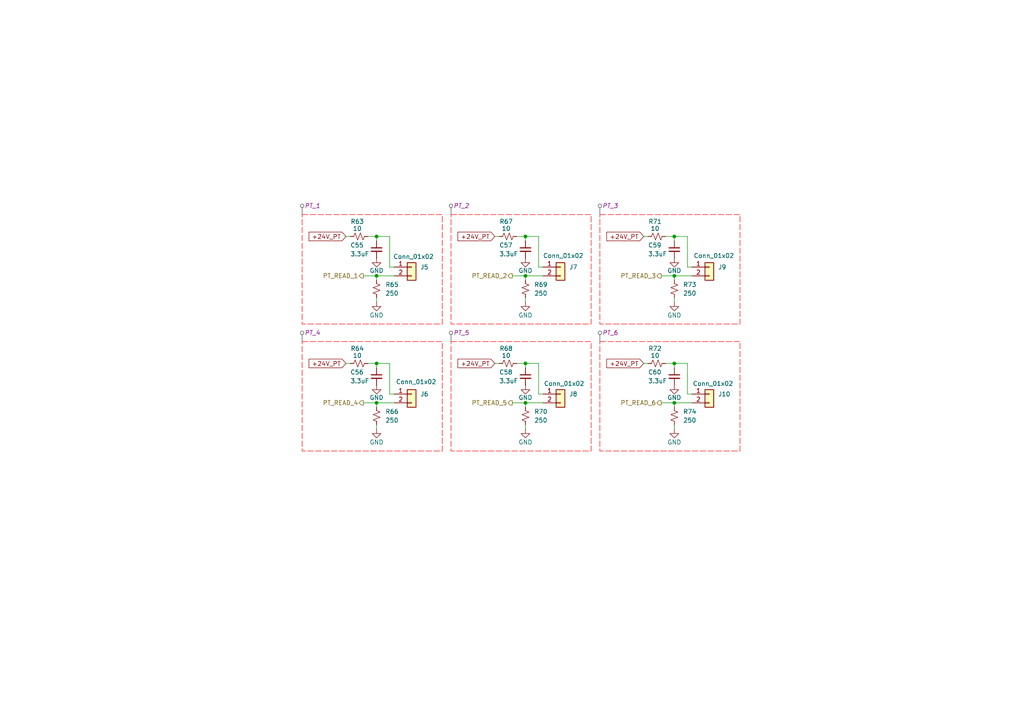
<source format=kicad_sch>
(kicad_sch (version 20250114) (generator "eeschema") (generator_version "9.0")
  (paper "A4")
  (title_block (title "Pressure Transducer Measurement") (rev "1.0.0") (company "Queen's Rocket Engineering Team"))
  (lib_symbols
    (symbol "Connector_Generic:Conn_01x02" (pin_names (offset 1.016) (hide yes))
      (property "Reference" "J" (at 0 2.54 0))
      (property "Value" "Conn_01x02" (at 0 -5.08 0))
      (symbol "Conn_01x02_1_1"
        (rectangle (start -1.27 1.27) (end 1.27 -3.81) (stroke (width 0.254)) (fill (type background)))
        (rectangle (start -1.27 0.127) (end 0 -0.127) (stroke (width 0.1524)))
        (rectangle (start -1.27 -2.413) (end 0 -2.667) (stroke (width 0.1524)))
        (pin passive line (at -5.08 0 0) (length 3.81) (name "Pin_1") (number "1"))
        (pin passive line (at -5.08 -2.54 0) (length 3.81) (name "Pin_2") (number "2"))
      )
    )
    (symbol "Device:C_Small" (pin_numbers (hide yes)) (pin_names (offset 0.254) (hide yes))
      (property "Reference" "C" (at 0.254 1.778 0))
      (property "Value" "C_Small" (at 0.254 -2.032 0))
      (symbol "C_Small_0_1"
        (polyline (pts (xy -1.524 0.508) (xy 1.524 0.508)) (stroke (width 0.3048)))
        (polyline (pts (xy -1.524 -0.508) (xy 1.524 -0.508)) (stroke (width 0.3302)))
      )
      (symbol "C_Small_1_1"
        (pin passive line (at 0 2.54 270) (length 2.032) (name "~") (number "1"))
        (pin passive line (at 0 -2.54 90) (length 2.032) (name "~") (number "2"))
      )
    )
    (symbol "Device:R_Small_US" (pin_numbers (hide yes)) (pin_names (offset 0.254) (hide yes))
      (property "Reference" "R" (at 0.762 0.508 0))
      (property "Value" "R_Small_US" (at 0.762 -1.016 0))
      (symbol "R_Small_US_1_1"
        (polyline (pts (xy 0 1.524) (xy 1.016 1.143) (xy 0 0.762) (xy -1.016 0.381) (xy 0 0)))
        (polyline (pts (xy 0 0) (xy 1.016 -0.381) (xy 0 -0.762) (xy -1.016 -1.143) (xy 0 -1.524)))
        (pin passive line (at 0 2.54 270) (length 1.016) (name "~") (number "1"))
        (pin passive line (at 0 -2.54 90) (length 1.016) (name "~") (number "2"))
      )
    )
    (symbol "power:GND" (power) (pin_numbers (hide yes)) (pin_names (offset 0) (hide yes))
      (property "Value" "GND" (at 0 -3.81 0))
      (symbol "GND_0_1"
        (polyline (pts (xy 0 0) (xy 0 -1.27) (xy 1.27 -1.27) (xy 0 -2.54) (xy -1.27 -1.27) (xy 0 -1.27)))
      )
      (symbol "GND_1_1"
        (pin power_in line (at 0 0 270) (length 0) (name "~") (number "1"))
      )
    )
  )
  (junction (at 195.58 68.58))
  (junction (at 152.4 68.58))
  (junction (at 195.58 105.41))
  (junction (at 152.4 105.41))
  (junction (at 109.22 116.84))
  (junction (at 109.22 68.58))
  (junction (at 152.4 80.01))
  (junction (at 109.22 105.41))
  (junction (at 195.58 80.01))
  (junction (at 195.58 116.84))
  (junction (at 152.4 116.84))
  (junction (at 109.22 80.01))
  (wire (pts (xy 199.39 77.47) (xy 200.66 77.47)))
  (wire (pts (xy 143.51 105.41) (xy 144.78 105.41)))
  (wire (pts (xy 149.86 105.41) (xy 152.4 105.41)))
  (wire (pts (xy 113.03 77.47) (xy 114.3 77.47)))
  (wire (pts (xy 152.4 116.84) (xy 157.48 116.84)))
  (wire (pts (xy 186.69 105.41) (xy 187.96 105.41)))
  (wire (pts (xy 195.58 80.01) (xy 195.58 81.28)))
  (wire (pts (xy 152.4 116.84) (xy 152.4 118.11)))
  (wire (pts (xy 109.22 80.01) (xy 109.22 81.28)))
  (wire (pts (xy 156.21 105.41) (xy 156.21 114.3)))
  (wire (pts (xy 195.58 69.85) (xy 195.58 68.58)))
  (wire (pts (xy 109.22 106.68) (xy 109.22 105.41)))
  (wire (pts (xy 152.4 105.41) (xy 156.21 105.41)))
  (wire (pts (xy 143.51 68.58) (xy 144.78 68.58)))
  (wire (pts (xy 195.58 80.01) (xy 200.66 80.01)))
  (wire (pts (xy 195.58 116.84) (xy 200.66 116.84)))
  (wire (pts (xy 109.22 105.41) (xy 113.03 105.41)))
  (wire (pts (xy 193.04 68.58) (xy 195.58 68.58)))
  (wire (pts (xy 109.22 69.85) (xy 109.22 68.58)))
  (wire (pts (xy 195.58 116.84) (xy 195.58 118.11)))
  (wire (pts (xy 195.58 105.41) (xy 199.39 105.41)))
  (wire (pts (xy 195.58 106.68) (xy 195.58 105.41)))
  (wire (pts (xy 156.21 114.3) (xy 157.48 114.3)))
  (wire (pts (xy 195.58 68.58) (xy 199.39 68.58)))
  (wire (pts (xy 149.86 68.58) (xy 152.4 68.58)))
  (wire (pts (xy 113.03 68.58) (xy 113.03 77.47)))
  (wire (pts (xy 109.22 116.84) (xy 114.3 116.84)))
  (wire (pts (xy 195.58 86.36) (xy 195.58 87.63)))
  (wire (pts (xy 113.03 105.41) (xy 113.03 114.3)))
  (wire (pts (xy 199.39 68.58) (xy 199.39 77.47)))
  (wire (pts (xy 109.22 116.84) (xy 109.22 118.11)))
  (wire (pts (xy 109.22 80.01) (xy 114.3 80.01)))
  (wire (pts (xy 152.4 80.01) (xy 157.48 80.01)))
  (wire (pts (xy 193.04 105.41) (xy 195.58 105.41)))
  (wire (pts (xy 106.68 68.58) (xy 109.22 68.58)))
  (wire (pts (xy 100.33 68.58) (xy 101.6 68.58)))
  (wire (pts (xy 186.69 68.58) (xy 187.96 68.58)))
  (wire (pts (xy 191.77 116.84) (xy 195.58 116.84)))
  (wire (pts (xy 152.4 69.85) (xy 152.4 68.58)))
  (wire (pts (xy 199.39 105.41) (xy 199.39 114.3)))
  (wire (pts (xy 105.41 116.84) (xy 109.22 116.84)))
  (wire (pts (xy 113.03 114.3) (xy 114.3 114.3)))
  (wire (pts (xy 152.4 106.68) (xy 152.4 105.41)))
  (wire (pts (xy 106.68 105.41) (xy 109.22 105.41)))
  (wire (pts (xy 148.59 80.01) (xy 152.4 80.01)))
  (wire (pts (xy 109.22 123.19) (xy 109.22 124.46)))
  (wire (pts (xy 109.22 86.36) (xy 109.22 87.63)))
  (wire (pts (xy 156.21 68.58) (xy 156.21 77.47)))
  (wire (pts (xy 109.22 68.58) (xy 113.03 68.58)))
  (wire (pts (xy 152.4 68.58) (xy 156.21 68.58)))
  (wire (pts (xy 148.59 116.84) (xy 152.4 116.84)))
  (wire (pts (xy 191.77 80.01) (xy 195.58 80.01)))
  (wire (pts (xy 100.33 105.41) (xy 101.6 105.41)))
  (wire (pts (xy 199.39 114.3) (xy 200.66 114.3)))
  (wire (pts (xy 195.58 123.19) (xy 195.58 124.46)))
  (wire (pts (xy 152.4 86.36) (xy 152.4 87.63)))
  (wire (pts (xy 152.4 123.19) (xy 152.4 124.46)))
  (wire (pts (xy 156.21 77.47) (xy 157.48 77.47)))
  (wire (pts (xy 105.41 80.01) (xy 109.22 80.01)))
  (wire (pts (xy 152.4 80.01) (xy 152.4 81.28)))
  (global_label "+24V_PT" (shape input) (at 100.33 105.41 180) (property "Intersheetrefs" "${INTERSHEET_REFS}" (effects (hide yes))))
  (global_label "+24V_PT" (shape input) (at 100.33 68.58 180) (property "Intersheetrefs" "${INTERSHEET_REFS}" (effects (hide yes))))
  (global_label "+24V_PT" (shape input) (at 186.69 105.41 180) (property "Intersheetrefs" "${INTERSHEET_REFS}" (effects (hide yes))))
  (global_label "+24V_PT" (shape input) (at 143.51 68.58 180) (property "Intersheetrefs" "${INTERSHEET_REFS}" (effects (hide yes))))
  (global_label "+24V_PT" (shape input) (at 186.69 68.58 180) (property "Intersheetrefs" "${INTERSHEET_REFS}" (effects (hide yes))))
  (global_label "+24V_PT" (shape input) (at 143.51 105.41 180) (property "Intersheetrefs" "${INTERSHEET_REFS}" (effects (hide yes))))
  (hierarchical_label "PT_READ_6" (shape output) (at 191.77 116.84 180))
  (hierarchical_label "PT_READ_1" (shape output) (at 105.41 80.01 180))
  (hierarchical_label "PT_READ_2" (shape output) (at 148.59 80.01 180))
  (hierarchical_label "PT_READ_4" (shape output) (at 105.41 116.84 180))
  (hierarchical_label "PT_READ_5" (shape output) (at 148.59 116.84 180))
  (hierarchical_label "PT_READ_3" (shape output) (at 191.77 80.01 180))
  (rule_area (polyline (pts (xy 173.99 99.06) (xy 214.63 99.06) (xy 214.63 130.81) (xy 173.99 130.81)) (stroke (width 0) (type dash))))
  (rule_area (polyline (pts (xy 130.81 99.06) (xy 171.45 99.06) (xy 171.45 130.81) (xy 130.81 130.81)) (stroke (width 0) (type dash))))
  (rule_area (polyline (pts (xy 130.81 62.23) (xy 171.45 62.23) (xy 171.45 93.98) (xy 130.81 93.98)) (stroke (width 0) (type dash))))
  (rule_area (polyline (pts (xy 87.63 62.23) (xy 128.27 62.23) (xy 128.27 93.98) (xy 87.63 93.98)) (stroke (width 0) (type dash))))
  (rule_area (polyline (pts (xy 87.63 99.06) (xy 128.27 99.06) (xy 128.27 130.81) (xy 87.63 130.81)) (stroke (width 0) (type dash))))
  (rule_area (polyline (pts (xy 173.99 62.23) (xy 214.63 62.23) (xy 214.63 93.98) (xy 173.99 93.98)) (stroke (width 0) (type dash))))
  (netclass_flag "" (length 2.54) (shape round) (at 87.63 62.23 0) (property "Component Class" "PT_1" (at 88.3285 59.69 0) (effects (font (italic yes)) (justify left))))
  (netclass_flag "" (length 2.54) (shape round) (at 130.81 62.23 0) (property "Component Class" "PT_2" (at 131.5085 59.69 0) (effects (font (italic yes)) (justify left))))
  (netclass_flag "" (length 2.54) (shape round) (at 87.63 99.06 0) (property "Component Class" "PT_4" (at 88.3285 96.52 0) (effects (font (italic yes)) (justify left))))
  (netclass_flag "" (length 2.54) (shape round) (at 173.99 62.23 0) (property "Component Class" "PT_3" (at 174.6885 59.69 0) (effects (font (italic yes)) (justify left))))
  (netclass_flag "" (length 2.54) (shape round) (at 130.81 99.06 0) (property "Component Class" "PT_5" (at 131.5085 96.52 0) (effects (font (italic yes)) (justify left))))
  (netclass_flag "" (length 2.54) (shape round) (at 173.99 99.06 0) (property "Component Class" "PT_6" (at 174.6885 96.52 0) (effects (font (italic yes)) (justify left))))
  (symbol (lib_id "Connector_Generic:Conn_01x02") (at 162.56 77.47 0) (unit 1)
    (property "Reference" "J7" (at 165.1 77.4699 0) (effects (justify left)))
    (property "Value" "Conn_01x02" (at 157.48 74.168 0) (effects (justify left)))
    (property "Footprint" "Connector_Molex:Molex_Micro-Fit_3.0_43650-0215_1x02_P3.00mm_Vertical" (effects (hide yes)))
    (property "Description" "Generic connector, single row, 01x02, script generated (kicad-library-utils/schlib/autogen/connector/)" (effects (hide yes)))
  )
  (symbol (lib_id "power:GND") (at 195.58 74.93 0) (unit 1)
    (property "Reference" "#PWR0152" (effects (hide yes)))
    (property "Value" "GND" (at 195.58 78.486 0))
    (property "Description" "Power symbol creates a global label with name \"GND\" , ground" (effects (hide yes)))
  )
  (symbol (lib_id "Device:R_Small_US") (at 104.14 105.41 90) (unit 1)
    (property "Reference" "R64" (at 103.632 101.092 90))
    (property "Value" "10" (at 103.632 103.124 90))
    (property "Footprint" "Resistor_SMD:R_0402_1005Metric" (effects (hide yes)))
    (property "Description" "Resistor, small US symbol" (effects (hide yes)))
  )
  (symbol (lib_id "Device:C_Small") (at 195.58 72.39 0) (unit 1)
    (property "Reference" "C59" (at 187.96 71.12 0) (effects (justify left)))
    (property "Value" "3.3uF" (at 187.96 73.66 0) (effects (justify left)))
    (property "Footprint" "Capacitor_SMD:C_0805_2012Metric" (effects (hide yes)))
    (property "Description" "Unpolarized capacitor, small symbol" (effects (hide yes)))
    (property "LCSC" "C342775" (effects (hide yes)))
  )
  (symbol (lib_id "power:GND") (at 109.22 124.46 0) (unit 1)
    (property "Reference" "#PWR0147" (effects (hide yes)))
    (property "Value" "GND" (at 109.22 128.27 0))
    (property "Description" "Power symbol creates a global label with name \"GND\" , ground" (effects (hide yes)))
  )
  (symbol (lib_id "Device:C_Small") (at 152.4 109.22 0) (unit 1)
    (property "Reference" "C58" (at 144.78 107.95 0) (effects (justify left)))
    (property "Value" "3.3uF" (at 144.78 110.49 0) (effects (justify left)))
    (property "Footprint" "Capacitor_SMD:C_0805_2012Metric" (effects (hide yes)))
    (property "Description" "Unpolarized capacitor, small symbol" (effects (hide yes)))
    (property "LCSC" "C342775" (effects (hide yes)))
  )
  (symbol (lib_id "Device:C_Small") (at 152.4 72.39 0) (unit 1)
    (property "Reference" "C57" (at 144.78 71.12 0) (effects (justify left)))
    (property "Value" "3.3uF" (at 144.78 73.66 0) (effects (justify left)))
    (property "Footprint" "Capacitor_SMD:C_0805_2012Metric" (effects (hide yes)))
    (property "Description" "Unpolarized capacitor, small symbol" (effects (hide yes)))
    (property "LCSC" "C342775" (effects (hide yes)))
  )
  (symbol (lib_id "power:GND") (at 109.22 111.76 0) (unit 1)
    (property "Reference" "#PWR0146" (effects (hide yes)))
    (property "Value" "GND" (at 109.22 115.316 0))
    (property "Description" "Power symbol creates a global label with name \"GND\" , ground" (effects (hide yes)))
  )
  (symbol (lib_id "Device:R_Small_US") (at 195.58 120.65 0) (unit 1)
    (property "Reference" "R74" (at 198.12 119.3799 0) (effects (justify left)))
    (property "Value" "250" (at 198.12 121.9199 0) (effects (justify left)))
    (property "Footprint" "Resistor_SMD:R_0603_1608Metric" (effects (hide yes)))
    (property "Description" "Sense resistor. High accuracy +- 0.1%" (effects (hide yes)))
    (property "MPN" "RT0603BRE07250RL" (effects (hide yes)))
    (property "LCSC" "C861779" (effects (hide yes)))
  )
  (symbol (lib_id "Device:R_Small_US") (at 147.32 68.58 90) (unit 1)
    (property "Reference" "R67" (at 146.812 64.262 90))
    (property "Value" "10" (at 146.812 66.294 90))
    (property "Footprint" "Resistor_SMD:R_0402_1005Metric" (effects (hide yes)))
    (property "Description" "Resistor, small US symbol" (effects (hide yes)))
  )
  (symbol (lib_id "Device:R_Small_US") (at 109.22 83.82 0) (unit 1)
    (property "Reference" "R65" (at 111.76 82.5499 0) (effects (justify left)))
    (property "Value" "250" (at 111.76 85.0899 0) (effects (justify left)))
    (property "Footprint" "Resistor_SMD:R_0603_1608Metric" (effects (hide yes)))
    (property "Description" "Sense resistor. High accuracy +- 0.1%" (effects (hide yes)))
    (property "MPN" "RT0603BRE07250RL" (effects (hide yes)))
    (property "LCSC" "C861779" (effects (hide yes)))
  )
  (symbol (lib_id "power:GND") (at 109.22 87.63 0) (unit 1)
    (property "Reference" "#PWR0145" (effects (hide yes)))
    (property "Value" "GND" (at 109.22 91.44 0))
    (property "Description" "Power symbol creates a global label with name \"GND\" , ground" (effects (hide yes)))
  )
  (symbol (lib_id "Device:R_Small_US") (at 152.4 120.65 0) (unit 1)
    (property "Reference" "R70" (at 154.94 119.3799 0) (effects (justify left)))
    (property "Value" "250" (at 154.94 121.9199 0) (effects (justify left)))
    (property "Footprint" "Resistor_SMD:R_0603_1608Metric" (effects (hide yes)))
    (property "Description" "Sense resistor. High accuracy +- 0.1%" (effects (hide yes)))
    (property "MPN" "RT0603BRE07250RL" (effects (hide yes)))
    (property "LCSC" "C861779" (effects (hide yes)))
  )
  (symbol (lib_id "Device:R_Small_US") (at 190.5 68.58 90) (unit 1)
    (property "Reference" "R71" (at 189.992 64.262 90))
    (property "Value" "10" (at 189.992 66.294 90))
    (property "Footprint" "Resistor_SMD:R_0402_1005Metric" (effects (hide yes)))
    (property "Description" "Resistor, small US symbol" (effects (hide yes)))
  )
  (symbol (lib_id "Device:R_Small_US") (at 190.5 105.41 90) (unit 1)
    (property "Reference" "R72" (at 189.992 101.092 90))
    (property "Value" "10" (at 189.992 103.124 90))
    (property "Footprint" "Resistor_SMD:R_0402_1005Metric" (effects (hide yes)))
    (property "Description" "Resistor, small US symbol" (effects (hide yes)))
  )
  (symbol (lib_id "power:GND") (at 195.58 124.46 0) (unit 1)
    (property "Reference" "#PWR0155" (effects (hide yes)))
    (property "Value" "GND" (at 195.58 128.27 0))
    (property "Description" "Power symbol creates a global label with name \"GND\" , ground" (effects (hide yes)))
  )
  (symbol (lib_id "Device:C_Small") (at 195.58 109.22 0) (unit 1)
    (property "Reference" "C60" (at 187.96 107.95 0) (effects (justify left)))
    (property "Value" "3.3uF" (at 187.96 110.49 0) (effects (justify left)))
    (property "Footprint" "Capacitor_SMD:C_0805_2012Metric" (effects (hide yes)))
    (property "Description" "Unpolarized capacitor, small symbol" (effects (hide yes)))
    (property "LCSC" "C342775" (effects (hide yes)))
  )
  (symbol (lib_id "power:GND") (at 152.4 124.46 0) (unit 1)
    (property "Reference" "#PWR0151" (effects (hide yes)))
    (property "Value" "GND" (at 152.4 128.27 0))
    (property "Description" "Power symbol creates a global label with name \"GND\" , ground" (effects (hide yes)))
  )
  (symbol (lib_id "Connector_Generic:Conn_01x02") (at 205.74 114.3 0) (unit 1)
    (property "Reference" "J10" (at 208.28 114.2999 0) (effects (justify left)))
    (property "Value" "Conn_01x02" (at 200.914 111.252 0) (effects (justify left)))
    (property "Footprint" "Connector_Molex:Molex_Micro-Fit_3.0_43650-0215_1x02_P3.00mm_Vertical" (effects (hide yes)))
    (property "Description" "Generic connector, single row, 01x02, script generated (kicad-library-utils/schlib/autogen/connector/)" (effects (hide yes)))
  )
  (symbol (lib_id "Device:R_Small_US") (at 195.58 83.82 0) (unit 1)
    (property "Reference" "R73" (at 198.12 82.5499 0) (effects (justify left)))
    (property "Value" "250" (at 198.12 85.0899 0) (effects (justify left)))
    (property "Footprint" "Resistor_SMD:R_0603_1608Metric" (effects (hide yes)))
    (property "Description" "Sense resistor. High accuracy +- 0.1%" (effects (hide yes)))
    (property "MPN" "RT0603BRE07250RL" (effects (hide yes)))
    (property "LCSC" "C861779" (effects (hide yes)))
  )
  (symbol (lib_id "Connector_Generic:Conn_01x02") (at 205.74 77.47 0) (unit 1)
    (property "Reference" "J9" (at 208.28 77.4699 0) (effects (justify left)))
    (property "Value" "Conn_01x02" (at 201.168 74.168 0) (effects (justify left)))
    (property "Footprint" "Connector_Molex:Molex_Micro-Fit_3.0_43650-0215_1x02_P3.00mm_Vertical" (effects (hide yes)))
    (property "Description" "Generic connector, single row, 01x02, script generated (kicad-library-utils/schlib/autogen/connector/)" (effects (hide yes)))
  )
  (symbol (lib_id "power:GND") (at 152.4 74.93 0) (unit 1)
    (property "Reference" "#PWR0148" (effects (hide yes)))
    (property "Value" "GND" (at 152.4 78.486 0))
    (property "Description" "Power symbol creates a global label with name \"GND\" , ground" (effects (hide yes)))
  )
  (symbol (lib_id "power:GND") (at 152.4 111.76 0) (unit 1)
    (property "Reference" "#PWR0150" (effects (hide yes)))
    (property "Value" "GND" (at 152.4 115.316 0))
    (property "Description" "Power symbol creates a global label with name \"GND\" , ground" (effects (hide yes)))
  )
  (symbol (lib_id "power:GND") (at 152.4 87.63 0) (unit 1)
    (property "Reference" "#PWR0149" (effects (hide yes)))
    (property "Value" "GND" (at 152.4 91.44 0))
    (property "Description" "Power symbol creates a global label with name \"GND\" , ground" (effects (hide yes)))
  )
  (symbol (lib_id "Connector_Generic:Conn_01x02") (at 119.38 114.3 0) (unit 1)
    (property "Reference" "J6" (at 121.92 114.2999 0) (effects (justify left)))
    (property "Value" "Conn_01x02" (at 114.808 110.744 0) (effects (justify left)))
    (property "Footprint" "Connector_Molex:Molex_Micro-Fit_3.0_43650-0215_1x02_P3.00mm_Vertical" (effects (hide yes)))
    (property "Description" "Generic connector, single row, 01x02, script generated (kicad-library-utils/schlib/autogen/connector/)" (effects (hide yes)))
  )
  (symbol (lib_id "power:GND") (at 195.58 111.76 0) (unit 1)
    (property "Reference" "#PWR0154" (effects (hide yes)))
    (property "Value" "GND" (at 195.58 115.316 0))
    (property "Description" "Power symbol creates a global label with name \"GND\" , ground" (effects (hide yes)))
  )
  (symbol (lib_id "Device:R_Small_US") (at 104.14 68.58 90) (unit 1)
    (property "Reference" "R63" (at 103.632 64.262 90))
    (property "Value" "10" (at 103.632 66.294 90))
    (property "Footprint" "Resistor_SMD:R_0402_1005Metric" (effects (hide yes)))
    (property "Description" "Resistor, small US symbol" (effects (hide yes)))
  )
  (symbol (lib_id "power:GND") (at 109.22 74.93 0) (unit 1)
    (property "Reference" "#PWR0144" (effects (hide yes)))
    (property "Value" "GND" (at 109.22 78.486 0))
    (property "Description" "Power symbol creates a global label with name \"GND\" , ground" (effects (hide yes)))
  )
  (symbol (lib_id "Device:R_Small_US") (at 109.22 120.65 0) (unit 1)
    (property "Reference" "R66" (at 111.76 119.3799 0) (effects (justify left)))
    (property "Value" "250" (at 111.76 121.9199 0) (effects (justify left)))
    (property "Footprint" "Resistor_SMD:R_0603_1608Metric" (effects (hide yes)))
    (property "Description" "Sense resistor. High accuracy +- 0.1%" (effects (hide yes)))
    (property "MPN" "RT0603BRE07250RL" (effects (hide yes)))
    (property "LCSC" "C861779" (effects (hide yes)))
  )
  (symbol (lib_id "power:GND") (at 195.58 87.63 0) (unit 1)
    (property "Reference" "#PWR0153" (effects (hide yes)))
    (property "Value" "GND" (at 195.58 91.44 0))
    (property "Description" "Power symbol creates a global label with name \"GND\" , ground" (effects (hide yes)))
  )
  (symbol (lib_id "Device:R_Small_US") (at 152.4 83.82 0) (unit 1)
    (property "Reference" "R69" (at 154.94 82.5499 0) (effects (justify left)))
    (property "Value" "250" (at 154.94 85.0899 0) (effects (justify left)))
    (property "Footprint" "Resistor_SMD:R_0603_1608Metric" (effects (hide yes)))
    (property "Description" "Sense resistor. High accuracy +- 0.1%" (effects (hide yes)))
    (property "MPN" "RT0603BRE07250RL" (effects (hide yes)))
    (property "LCSC" "C861779" (effects (hide yes)))
  )
  (symbol (lib_id "Device:C_Small") (at 109.22 72.39 0) (unit 1)
    (property "Reference" "C55" (at 101.6 71.12 0) (effects (justify left)))
    (property "Value" "3.3uF" (at 101.6 73.66 0) (effects (justify left)))
    (property "Footprint" "Capacitor_SMD:C_0805_2012Metric" (effects (hide yes)))
    (property "Description" "Unpolarized capacitor, small symbol" (effects (hide yes)))
    (property "LCSC" "C342775" (effects (hide yes)))
  )
  (symbol (lib_id "Connector_Generic:Conn_01x02") (at 119.38 77.47 0) (unit 1)
    (property "Reference" "J5" (at 121.92 77.4699 0) (effects (justify left)))
    (property "Value" "Conn_01x02" (at 114.046 74.422 0) (effects (justify left)))
    (property "Footprint" "Connector_Molex:Molex_Micro-Fit_3.0_43650-0215_1x02_P3.00mm_Vertical" (effects (hide yes)))
    (property "Description" "Generic connector, single row, 01x02, script generated (kicad-library-utils/schlib/autogen/connector/)" (effects (hide yes)))
  )
  (symbol (lib_id "Device:R_Small_US") (at 147.32 105.41 90) (unit 1)
    (property "Reference" "R68" (at 146.812 101.092 90))
    (property "Value" "10" (at 146.812 103.124 90))
    (property "Footprint" "Resistor_SMD:R_0402_1005Metric" (effects (hide yes)))
    (property "Description" "Resistor, small US symbol" (effects (hide yes)))
  )
  (symbol (lib_id "Connector_Generic:Conn_01x02") (at 162.56 114.3 0) (unit 1)
    (property "Reference" "J8" (at 165.1 114.2999 0) (effects (justify left)))
    (property "Value" "Conn_01x02" (at 157.734 111.252 0) (effects (justify left)))
    (property "Footprint" "Connector_Molex:Molex_Micro-Fit_3.0_43650-0215_1x02_P3.00mm_Vertical" (effects (hide yes)))
    (property "Description" "Generic connector, single row, 01x02, script generated (kicad-library-utils/schlib/autogen/connector/)" (effects (hide yes)))
  )
  (symbol (lib_id "Device:C_Small") (at 109.22 109.22 0) (unit 1)
    (property "Reference" "C56" (at 101.6 107.95 0) (effects (justify left)))
    (property "Value" "3.3uF" (at 101.6 110.49 0) (effects (justify left)))
    (property "Footprint" "Capacitor_SMD:C_0805_2012Metric" (effects (hide yes)))
    (property "Description" "Unpolarized capacitor, small symbol" (effects (hide yes)))
    (property "LCSC" "C342775" (effects (hide yes)))
  )
)
</source>
